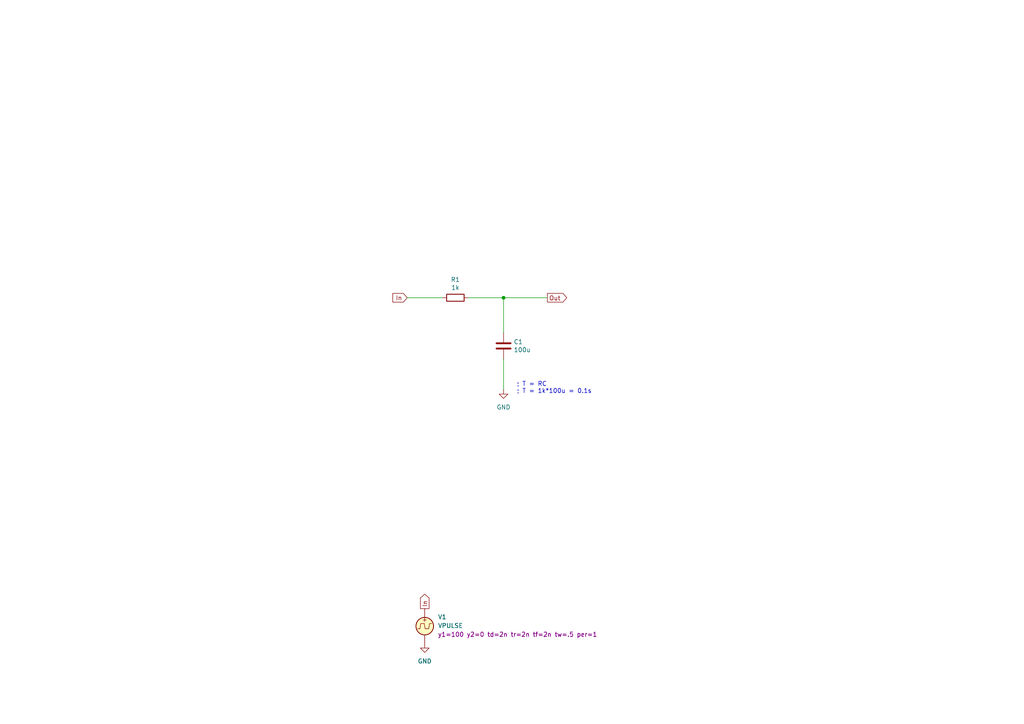
<source format=kicad_sch>
(kicad_sch (version 20250114) (generator "eeschema") (generator_version "9.0")
  (paper "A4")
  (title_block (title "RC Discharge") (date "2025-09-13") (company "GitHub/OJStuff"))
  (lib_symbols
    (symbol "Device:C" (pin_numbers (hide yes)) (pin_names (offset 0.254))
      (property "Reference" "C" (at 0.635 2.54 0))
      (property "Value" "C" (at 0.635 -2.54 0))
      (symbol "C_0_1"
        (polyline (pts (xy -2.032 0.762) (xy 2.032 0.762)) (stroke (width 0.508)))
        (polyline (pts (xy -2.032 -0.762) (xy 2.032 -0.762)) (stroke (width 0.508)))
      )
      (symbol "C_1_1"
        (pin passive line (at 0 3.81 270) (length 2.794) (name "~") (number "1"))
        (pin passive line (at 0 -3.81 90) (length 2.794) (name "~") (number "2"))
      )
    )
    (symbol "Device:R" (pin_numbers (hide yes)) (pin_names (offset 0))
      (property "Reference" "R" (at 2.032 0 90))
      (property "Value" "R" (at 0 0 90))
      (symbol "R_0_1"
        (rectangle (start -1.016 -2.54) (end 1.016 2.54) (stroke (width 0.254)))
      )
      (symbol "R_1_1"
        (pin passive line (at 0 3.81 270) (length 1.27) (name "~") (number "1"))
        (pin passive line (at 0 -3.81 90) (length 1.27) (name "~") (number "2"))
      )
    )
    (symbol "VPULSE_1" (pin_numbers (hide yes)) (pin_names (offset 0.0254))
      (property "Reference" "V" (at 2.54 2.54 0))
      (property "Value" "VPULSE" (at 2.54 0 0))
      (property "Sim.Params" "y1=0 y2=1 td=2n tr=2n tf=2n tw=50n per=100n" (at 2.54 -2.54 0))
      (symbol "VPULSE_1_0_0"
        (polyline (pts (xy -2.032 -0.762) (xy -1.397 -0.762) (xy -1.143 0.762) (xy -0.127 0.762) (xy 0.127 -0.762) (xy 1.143 -0.762) (xy 1.397 0.762) (xy 2.032 0.762)))
        (text "+" (at 0 1.905 0) (effects (font (size 1.27 1.27))))
      )
      (symbol "VPULSE_1_0_1"
        (circle (center 0 0) (radius 2.54) (stroke (width 0.254)) (fill (type background)))
      )
      (symbol "VPULSE_1_1_1"
        (pin passive line (at 0 5.08 270) (length 2.54) (name "~") (number "1"))
        (pin passive line (at 0 -5.08 90) (length 2.54) (name "~") (number "2"))
      )
    )
    (symbol "power:GND" (power) (pin_numbers (hide yes)) (pin_names (offset 0) (hide yes))
      (property "Value" "GND" (at 0 -3.81 0))
      (symbol "GND_0_1"
        (polyline (pts (xy 0 0) (xy 0 -1.27) (xy 1.27 -1.27) (xy 0 -2.54) (xy -1.27 -1.27) (xy 0 -1.27)))
      )
      (symbol "GND_1_1"
        (pin power_in line (at 0 0 270) (length 0) (name "~") (number "1"))
      )
    )
  )
  (text "; T = RC\n; T = 1k*100u = 0.1s" (at 149.86 114.3 0) (effects (font (size 1.27 1.27)) (justify left bottom)))
  (junction (at 146.05 86.36))
  (wire (pts (xy 146.05 86.36) (xy 158.75 86.36)))
  (wire (pts (xy 146.05 86.36) (xy 146.05 96.52)))
  (wire (pts (xy 135.89 86.36) (xy 146.05 86.36)))
  (wire (pts (xy 118.11 86.36) (xy 128.27 86.36)))
  (wire (pts (xy 146.05 104.14) (xy 146.05 113.03)))
  (global_label "In" (shape output) (at 123.19 176.53 90) (property "Intersheetrefs" "${INTERSHEET_REFS}" (effects (hide yes))))
  (global_label "In" (shape input) (at 118.11 86.36 180) (property "Intersheetrefs" "${INTERSHEET_REFS}" (effects (hide yes))))
  (global_label "Out" (shape output) (at 158.75 86.36 0) (property "Intersheetrefs" "${INTERSHEET_REFS}" (effects (hide yes))))
  (symbol (lib_id "power:GND") (at 123.19 186.69 0) (unit 1)
    (property "Reference" "#PWR02" (effects (hide yes)))
    (property "Value" "GND" (at 123.19 191.77 0))
    (property "Description" "Power symbol creates a global label with name \"GND\" , ground" (effects (hide yes)))
  )
  (symbol (lib_id "Device:R") (at 132.08 86.36 270) (unit 1)
    (property "Reference" "R1" (at 132.08 81.1022 90))
    (property "Value" "1k" (at 132.08 83.4136 90))
  )
  (symbol (lib_id "power:GND") (at 146.05 113.03 0) (unit 1)
    (property "Reference" "#PWR01" (effects (hide yes)))
    (property "Value" "GND" (at 146.05 118.11 0))
    (property "Description" "Power symbol creates a global label with name \"GND\" , ground" (effects (hide yes)))
  )
  (symbol (lib_id "Device:C") (at 146.05 100.33 0) (unit 1)
    (property "Reference" "C1" (at 148.971 99.1616 0) (effects (justify left)))
    (property "Value" "100u" (at 148.971 101.473 0) (effects (justify left)))
  )
  (symbol (lib_name "VPULSE_1") (lib_id "Simulation_SPICE:VPULSE") (at 123.19 181.61 0) (unit 1)
    (property "Reference" "V1" (at 127 178.9401 0) (effects (justify left)))
    (property "Value" "VPULSE" (at 127 181.4801 0) (effects (justify left)))
    (property "Datasheet" "https://ngspice.sourceforge.io/docs/ngspice-html-manual/manual.xhtml#sec_Independent_Sources_for" (effects (hide yes)))
    (property "Description" "Voltage source, pulse" (effects (hide yes)))
    (property "Sim.Pins" "1=+ 2=-" (effects (hide yes)))
    (property "Sim.Type" "PULSE" (effects (hide yes)))
    (property "Sim.Device" "V" (effects (hide yes)))
    (property "Sim.Params" "y1=100 y2=0 td=2n tr=2n tf=2n tw=.5 per=1" (at 127 184.0201 0) (effects (justify left)))
  )
)
</source>
